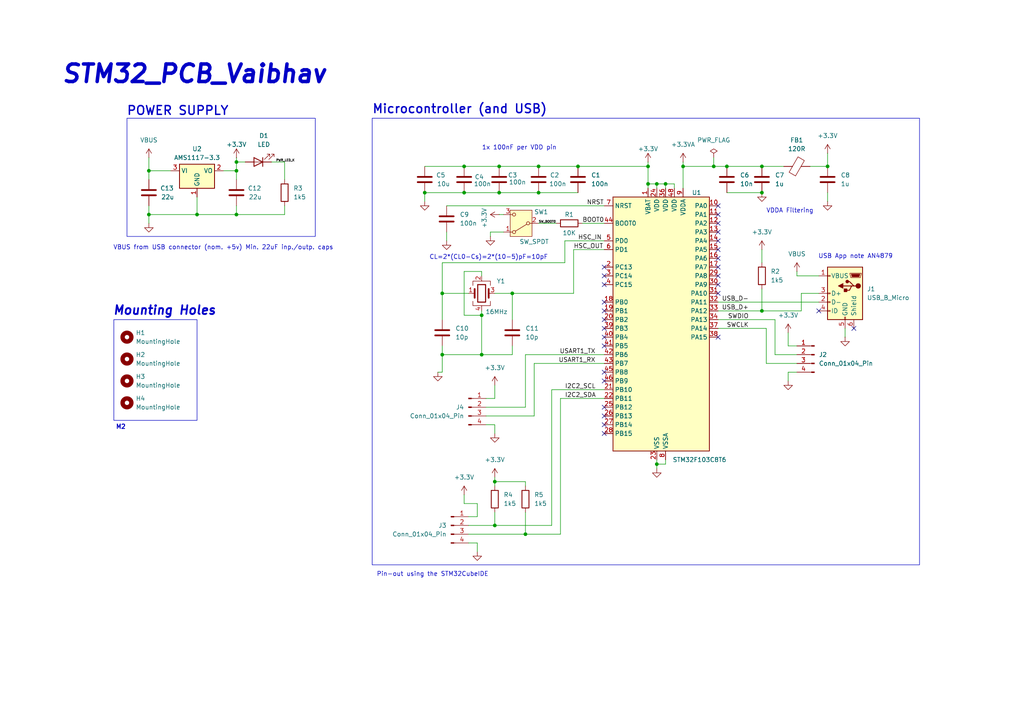
<source format=kicad_sch>
(kicad_sch (version 20231120) (generator "eeschema") (generator_version "8.0")
  (paper "A4")
  (title_block (title "STM32_PCB_Vaibhav") (date "2024-06-05") (rev "V.01") (company "Vaibhav_Nrupnarayan_Phil's Lab"))
  (lib_symbols
    (symbol "Connector:Conn_01x04_Pin" (pin_names (offset 1.016) hide)
      (property "Reference" "J" (at 0 5.08 0))
      (property "Value" "Conn_01x04_Pin" (at 0 -7.62 0))
      (symbol "Conn_01x04_Pin_1_1"
        (polyline (pts (xy 1.27 -5.08) (xy 0.8636 -5.08)) (stroke (width 0.1524)))
        (polyline (pts (xy 1.27 -2.54) (xy 0.8636 -2.54)) (stroke (width 0.1524)))
        (polyline (pts (xy 1.27 0) (xy 0.8636 0)) (stroke (width 0.1524)))
        (polyline (pts (xy 1.27 2.54) (xy 0.8636 2.54)) (stroke (width 0.1524)))
        (rectangle (start 0.8636 -4.953) (end 0 -5.207) (stroke (width 0.1524)) (fill (type outline)))
        (rectangle (start 0.8636 -2.413) (end 0 -2.667) (stroke (width 0.1524)) (fill (type outline)))
        (rectangle (start 0.8636 0.127) (end 0 -0.127) (stroke (width 0.1524)) (fill (type outline)))
        (rectangle (start 0.8636 2.667) (end 0 2.413) (stroke (width 0.1524)) (fill (type outline)))
        (pin passive line (at 5.08 2.54 180) (length 3.81) (name "Pin_1") (number "1"))
        (pin passive line (at 5.08 0 180) (length 3.81) (name "Pin_2") (number "2"))
        (pin passive line (at 5.08 -2.54 180) (length 3.81) (name "Pin_3") (number "3"))
        (pin passive line (at 5.08 -5.08 180) (length 3.81) (name "Pin_4") (number "4"))
      )
    )
    (symbol "Connector:USB_B_Micro" (pin_names (offset 1.016))
      (property "Reference" "J" (at -5.08 11.43 0))
      (property "Value" "USB_B_Micro" (at -5.08 8.89 0))
      (symbol "USB_B_Micro_0_1"
        (rectangle (start -5.08 -7.62) (end 5.08 7.62) (stroke (width 0.254)) (fill (type background)))
        (circle (center -3.81 2.159) (radius 0.635) (stroke (width 0.254)) (fill (type outline)))
        (circle (center -0.635 3.429) (radius 0.381) (stroke (width 0.254)) (fill (type outline)))
        (rectangle (start -0.127 -7.62) (end 0.127 -6.858))
        (polyline (pts (xy -1.905 2.159) (xy 0.635 2.159)) (stroke (width 0.254)))
        (polyline (pts (xy -3.175 2.159) (xy -2.54 2.159) (xy -1.27 3.429) (xy -0.635 3.429)) (stroke (width 0.254)))
        (polyline (pts (xy -2.54 2.159) (xy -1.905 2.159) (xy -1.27 0.889) (xy 0 0.889)) (stroke (width 0.254)))
        (polyline (pts (xy 0.635 2.794) (xy 0.635 1.524) (xy 1.905 2.159) (xy 0.635 2.794)) (stroke (width 0.254)) (fill (type outline)))
        (polyline (pts (xy -4.318 5.588) (xy -1.778 5.588) (xy -2.032 4.826) (xy -4.064 4.826) (xy -4.318 5.588)) (fill (type outline)))
        (polyline (pts (xy -4.699 5.842) (xy -4.699 5.588) (xy -4.445 4.826) (xy -4.445 4.572) (xy -1.651 4.572) (xy -1.651 4.826) (xy -1.397 5.588) (xy -1.397 5.842) (xy -4.699 5.842)))
        (rectangle (start 0.254 1.27) (end -0.508 0.508) (stroke (width 0.254)) (fill (type outline)))
        (rectangle (start 5.08 -5.207) (end 4.318 -4.953))
        (rectangle (start 5.08 -2.667) (end 4.318 -2.413))
        (rectangle (start 5.08 -0.127) (end 4.318 0.127))
        (rectangle (start 5.08 4.953) (end 4.318 5.207))
      )
      (symbol "USB_B_Micro_1_1"
        (pin power_out line (at 7.62 5.08 180) (length 2.54) (name "VBUS") (number "1"))
        (pin bidirectional line (at 7.62 -2.54 180) (length 2.54) (name "D-") (number "2"))
        (pin bidirectional line (at 7.62 0 180) (length 2.54) (name "D+") (number "3"))
        (pin passive line (at 7.62 -5.08 180) (length 2.54) (name "ID") (number "4"))
        (pin power_out line (at 0 -10.16 90) (length 2.54) (name "GND") (number "5"))
        (pin passive line (at -2.54 -10.16 90) (length 2.54) (name "Shield") (number "6"))
      )
    )
    (symbol "Device:C" (pin_numbers hide) (pin_names (offset 0.254))
      (property "Reference" "C" (at 0.635 2.54 0))
      (property "Value" "C" (at 0.635 -2.54 0))
      (symbol "C_0_1"
        (polyline (pts (xy -2.032 -0.762) (xy 2.032 -0.762)) (stroke (width 0.508)))
        (polyline (pts (xy -2.032 0.762) (xy 2.032 0.762)) (stroke (width 0.508)))
      )
      (symbol "C_1_1"
        (pin passive line (at 0 3.81 270) (length 2.794) (name "~") (number "1"))
        (pin passive line (at 0 -3.81 90) (length 2.794) (name "~") (number "2"))
      )
    )
    (symbol "Device:Crystal_GND24" (pin_names (offset 1.016) hide)
      (property "Reference" "Y" (at 3.175 5.08 0))
      (property "Value" "Crystal_GND24" (at 3.175 3.175 0))
      (symbol "Crystal_GND24_0_1"
        (rectangle (start -1.143 2.54) (end 1.143 -2.54) (stroke (width 0.3048)))
        (polyline (pts (xy -2.54 0) (xy -2.032 0)))
        (polyline (pts (xy -2.032 -1.27) (xy -2.032 1.27)) (stroke (width 0.508)))
        (polyline (pts (xy 0 -3.81) (xy 0 -3.556)))
        (polyline (pts (xy 0 3.556) (xy 0 3.81)))
        (polyline (pts (xy 2.032 -1.27) (xy 2.032 1.27)) (stroke (width 0.508)))
        (polyline (pts (xy 2.032 0) (xy 2.54 0)))
        (polyline (pts (xy -2.54 -2.286) (xy -2.54 -3.556) (xy 2.54 -3.556) (xy 2.54 -2.286)))
        (polyline (pts (xy -2.54 2.286) (xy -2.54 3.556) (xy 2.54 3.556) (xy 2.54 2.286)))
      )
      (symbol "Crystal_GND24_1_1"
        (pin passive line (at -3.81 0 0) (length 1.27) (name "1") (number "1"))
        (pin passive line (at 0 5.08 270) (length 1.27) (name "2") (number "2"))
        (pin passive line (at 3.81 0 180) (length 1.27) (name "3") (number "3"))
        (pin passive line (at 0 -5.08 90) (length 1.27) (name "4") (number "4"))
      )
    )
    (symbol "Device:FerriteBead" (pin_numbers hide) (pin_names (offset 0))
      (property "Reference" "FB" (at -3.81 0.635 90))
      (property "Value" "FerriteBead" (at 3.81 0 90))
      (symbol "FerriteBead_0_1"
        (polyline (pts (xy 0 -1.27) (xy 0 -1.2192)))
        (polyline (pts (xy 0 1.27) (xy 0 1.2954)))
        (polyline (pts (xy -2.7686 0.4064) (xy -1.7018 2.2606) (xy 2.7686 -0.3048) (xy 1.6764 -2.159) (xy -2.7686 0.4064)))
      )
      (symbol "FerriteBead_1_1"
        (pin passive line (at 0 3.81 270) (length 2.54) (name "~") (number "1"))
        (pin passive line (at 0 -3.81 90) (length 2.54) (name "~") (number "2"))
      )
    )
    (symbol "Device:LED" (pin_numbers hide) (pin_names (offset 1.016) hide)
      (property "Reference" "D" (at 0 2.54 0))
      (property "Value" "LED" (at 0 -2.54 0))
      (symbol "LED_0_1"
        (polyline (pts (xy -1.27 -1.27) (xy -1.27 1.27)) (stroke (width 0.254)))
        (polyline (pts (xy -1.27 0) (xy 1.27 0)))
        (polyline (pts (xy 1.27 -1.27) (xy 1.27 1.27) (xy -1.27 0) (xy 1.27 -1.27)) (stroke (width 0.254)))
        (polyline (pts (xy -3.048 -0.762) (xy -4.572 -2.286) (xy -3.81 -2.286) (xy -4.572 -2.286) (xy -4.572 -1.524)))
        (polyline (pts (xy -1.778 -0.762) (xy -3.302 -2.286) (xy -2.54 -2.286) (xy -3.302 -2.286) (xy -3.302 -1.524)))
      )
      (symbol "LED_1_1"
        (pin passive line (at -3.81 0 0) (length 2.54) (name "K") (number "1"))
        (pin passive line (at 3.81 0 180) (length 2.54) (name "A") (number "2"))
      )
    )
    (symbol "Device:R" (pin_numbers hide) (pin_names (offset 0))
      (property "Reference" "R" (at 2.032 0 90))
      (property "Value" "R" (at 0 0 90))
      (symbol "R_0_1"
        (rectangle (start -1.016 -2.54) (end 1.016 2.54) (stroke (width 0.254)))
      )
      (symbol "R_1_1"
        (pin passive line (at 0 3.81 270) (length 1.27) (name "~") (number "1"))
        (pin passive line (at 0 -3.81 90) (length 1.27) (name "~") (number "2"))
      )
    )
    (symbol "MCU_ST_STM32F1:STM32F103C8Tx"
      (property "Reference" "U" (at -12.7 39.37 0))
      (property "Value" "STM32F103C8Tx" (at 10.16 39.37 0))
      (symbol "STM32F103C8Tx_0_1"
        (rectangle (start -12.7 -35.56) (end 15.24 38.1) (stroke (width 0.254)) (fill (type background)))
      )
      (symbol "STM32F103C8Tx_1_1"
        (pin power_in line (at -2.54 40.64 270) (length 2.54) (name "VBAT") (number "1"))
        (pin bidirectional line (at 17.78 35.56 180) (length 2.54) (name "PA0") (number "10"))
        (pin bidirectional line (at 17.78 33.02 180) (length 2.54) (name "PA1") (number "11"))
        (pin bidirectional line (at 17.78 30.48 180) (length 2.54) (name "PA2") (number "12"))
        (pin bidirectional line (at 17.78 27.94 180) (length 2.54) (name "PA3") (number "13"))
        (pin bidirectional line (at 17.78 25.4 180) (length 2.54) (name "PA4") (number "14"))
        (pin bidirectional line (at 17.78 22.86 180) (length 2.54) (name "PA5") (number "15"))
        (pin bidirectional line (at 17.78 20.32 180) (length 2.54) (name "PA6") (number "16"))
        (pin bidirectional line (at 17.78 17.78 180) (length 2.54) (name "PA7") (number "17"))
        (pin bidirectional line (at -15.24 7.62 0) (length 2.54) (name "PB0") (number "18"))
        (pin bidirectional line (at -15.24 5.08 0) (length 2.54) (name "PB1") (number "19"))
        (pin bidirectional line (at -15.24 17.78 0) (length 2.54) (name "PC13") (number "2"))
        (pin bidirectional line (at -15.24 2.54 0) (length 2.54) (name "PB2") (number "20"))
        (pin bidirectional line (at -15.24 -17.78 0) (length 2.54) (name "PB10") (number "21"))
        (pin bidirectional line (at -15.24 -20.32 0) (length 2.54) (name "PB11") (number "22"))
        (pin power_in line (at 0 -38.1 90) (length 2.54) (name "VSS") (number "23"))
        (pin power_in line (at 0 40.64 270) (length 2.54) (name "VDD") (number "24"))
        (pin bidirectional line (at -15.24 -22.86 0) (length 2.54) (name "PB12") (number "25"))
        (pin bidirectional line (at -15.24 -25.4 0) (length 2.54) (name "PB13") (number "26"))
        (pin bidirectional line (at -15.24 -27.94 0) (length 2.54) (name "PB14") (number "27"))
        (pin bidirectional line (at -15.24 -30.48 0) (length 2.54) (name "PB15") (number "28"))
        (pin bidirectional line (at 17.78 15.24 180) (length 2.54) (name "PA8") (number "29"))
        (pin bidirectional line (at -15.24 15.24 0) (length 2.54) (name "PC14") (number "3"))
        (pin bidirectional line (at 17.78 12.7 180) (length 2.54) (name "PA9") (number "30"))
        (pin bidirectional line (at 17.78 10.16 180) (length 2.54) (name "PA10") (number "31"))
        (pin bidirectional line (at 17.78 7.62 180) (length 2.54) (name "PA11") (number "32"))
        (pin bidirectional line (at 17.78 5.08 180) (length 2.54) (name "PA12") (number "33"))
        (pin bidirectional line (at 17.78 2.54 180) (length 2.54) (name "PA13") (number "34"))
        (pin passive line (at 0 -38.1 90) (length 2.54) hide (name "VSS") (number "35"))
        (pin power_in line (at 2.54 40.64 270) (length 2.54) (name "VDD") (number "36"))
        (pin bidirectional line (at 17.78 0 180) (length 2.54) (name "PA14") (number "37"))
        (pin bidirectional line (at 17.78 -2.54 180) (length 2.54) (name "PA15") (number "38"))
        (pin bidirectional line (at -15.24 0 0) (length 2.54) (name "PB3") (number "39"))
        (pin bidirectional line (at -15.24 12.7 0) (length 2.54) (name "PC15") (number "4"))
        (pin bidirectional line (at -15.24 -2.54 0) (length 2.54) (name "PB4") (number "40"))
        (pin bidirectional line (at -15.24 -5.08 0) (length 2.54) (name "PB5") (number "41"))
        (pin bidirectional line (at -15.24 -7.62 0) (length 2.54) (name "PB6") (number "42"))
        (pin bidirectional line (at -15.24 -10.16 0) (length 2.54) (name "PB7") (number "43"))
        (pin input line (at -15.24 30.48 0) (length 2.54) (name "BOOT0") (number "44"))
        (pin bidirectional line (at -15.24 -12.7 0) (length 2.54) (name "PB8") (number "45"))
        (pin bidirectional line (at -15.24 -15.24 0) (length 2.54) (name "PB9") (number "46"))
        (pin passive line (at 0 -38.1 90) (length 2.54) hide (name "VSS") (number "47"))
        (pin power_in line (at 5.08 40.64 270) (length 2.54) (name "VDD") (number "48"))
        (pin bidirectional line (at -15.24 25.4 0) (length 2.54) (name "PD0") (number "5"))
        (pin bidirectional line (at -15.24 22.86 0) (length 2.54) (name "PD1") (number "6"))
        (pin input line (at -15.24 35.56 0) (length 2.54) (name "NRST") (number "7"))
        (pin power_in line (at 2.54 -38.1 90) (length 2.54) (name "VSSA") (number "8"))
        (pin power_in line (at 7.62 40.64 270) (length 2.54) (name "VDDA") (number "9"))
      )
    )
    (symbol "Mechanical:MountingHole" (pin_names (offset 1.016)) (exclude_from_sim yes) (in_bom no)
      (property "Reference" "H" (at 0 5.08 0))
      (property "Value" "MountingHole" (at 0 3.175 0))
      (symbol "MountingHole_0_1"
        (circle (center 0 0) (radius 1.27) (stroke (width 1.27)))
      )
    )
    (symbol "Regulator_Linear:AMS1117-3.3"
      (property "Reference" "U" (at -3.81 3.175 0))
      (property "Value" "AMS1117-3.3" (at 0 3.175 0))
      (symbol "AMS1117-3.3_0_1"
        (rectangle (start -5.08 -5.08) (end 5.08 1.905) (stroke (width 0.254)) (fill (type background)))
      )
      (symbol "AMS1117-3.3_1_1"
        (pin power_in line (at 0 -7.62 90) (length 2.54) (name "GND") (number "1"))
        (pin power_out line (at 7.62 0 180) (length 2.54) (name "VO") (number "2"))
        (pin power_in line (at -7.62 0 0) (length 2.54) (name "VI") (number "3"))
      )
    )
    (symbol "Switch:SW_SPDT" (pin_names (offset 0) hide)
      (property "Reference" "SW" (at 0 5.08 0))
      (property "Value" "SW_SPDT" (at 0 -5.08 0))
      (symbol "SW_SPDT_0_1"
        (circle (center -2.032 0) (radius 0.4572))
        (polyline (pts (xy -1.651 0.254) (xy 1.651 2.286)))
        (circle (center 2.032 -2.54) (radius 0.4572))
        (circle (center 2.032 2.54) (radius 0.4572))
      )
      (symbol "SW_SPDT_1_1"
        (rectangle (start -3.175 3.81) (end 3.175 -3.81) (fill (type background)))
        (pin passive line (at 5.08 2.54 180) (length 2.54) (name "A") (number "1"))
        (pin passive line (at -5.08 0 0) (length 2.54) (name "B") (number "2"))
        (pin passive line (at 5.08 -2.54 180) (length 2.54) (name "C") (number "3"))
      )
    )
    (symbol "power:+3.3V" (power) (pin_numbers hide) (pin_names (offset 0) hide)
      (property "Value" "+3.3V" (at 0 3.556 0))
      (symbol "+3.3V_0_1"
        (polyline (pts (xy -0.762 1.27) (xy 0 2.54)))
        (polyline (pts (xy 0 0) (xy 0 2.54)))
        (polyline (pts (xy 0 2.54) (xy 0.762 1.27)))
      )
      (symbol "+3.3V_1_1"
        (pin power_in line (at 0 0 90) (length 0) (name "~") (number "1"))
      )
    )
    (symbol "power:+3.3VA" (power) (pin_numbers hide) (pin_names (offset 0) hide)
      (property "Value" "+3.3VA" (at 0 3.556 0))
      (symbol "+3.3VA_0_1"
        (polyline (pts (xy -0.762 1.27) (xy 0 2.54)))
        (polyline (pts (xy 0 0) (xy 0 2.54)))
        (polyline (pts (xy 0 2.54) (xy 0.762 1.27)))
      )
      (symbol "+3.3VA_1_1"
        (pin power_in line (at 0 0 90) (length 0) (name "~") (number "1"))
      )
    )
    (symbol "power:GND" (power) (pin_numbers hide) (pin_names (offset 0) hide)
      (property "Value" "GND" (at 0 -3.81 0))
      (symbol "GND_0_1"
        (polyline (pts (xy 0 0) (xy 0 -1.27) (xy 1.27 -1.27) (xy 0 -2.54) (xy -1.27 -1.27) (xy 0 -1.27)))
      )
      (symbol "GND_1_1"
        (pin power_in line (at 0 0 270) (length 0) (name "~") (number "1"))
      )
    )
    (symbol "power:PWR_FLAG" (power) (pin_numbers hide) (pin_names (offset 0) hide)
      (property "Value" "PWR_FLAG" (at 0 3.81 0))
      (symbol "PWR_FLAG_0_0"
        (pin power_out line (at 0 0 90) (length 0) (name "~") (number "1"))
      )
      (symbol "PWR_FLAG_0_1"
        (polyline (pts (xy 0 0) (xy 0 1.27) (xy -1.016 1.905) (xy 0 2.54) (xy 1.016 1.905) (xy 0 1.27)))
      )
    )
    (symbol "power:VBUS" (power) (pin_numbers hide) (pin_names (offset 0) hide)
      (property "Value" "VBUS" (at 0 3.556 0))
      (symbol "VBUS_0_1"
        (polyline (pts (xy -0.762 1.27) (xy 0 2.54)))
        (polyline (pts (xy 0 0) (xy 0 2.54)))
        (polyline (pts (xy 0 2.54) (xy 0.762 1.27)))
      )
      (symbol "VBUS_1_1"
        (pin power_in line (at 0 0 90) (length 0) (name "~") (number "1"))
      )
    )
  )
  (junction (at 187.96 48.26))
  (junction (at 134.62 55.88))
  (junction (at 57.15 62.23))
  (junction (at 68.58 62.23))
  (junction (at 134.62 48.26))
  (junction (at 190.5 134.62))
  (junction (at 143.51 139.7))
  (junction (at 144.78 48.26))
  (junction (at 68.58 49.53))
  (junction (at 128.27 85.09))
  (junction (at 152.4 154.94))
  (junction (at 148.59 85.09))
  (junction (at 187.96 53.34))
  (junction (at 190.5 53.34))
  (junction (at 123.19 55.88))
  (junction (at 220.98 55.88))
  (junction (at 240.03 48.26))
  (junction (at 220.98 48.26))
  (junction (at 156.21 48.26))
  (junction (at 43.18 49.53))
  (junction (at 210.82 48.26))
  (junction (at 193.04 53.34))
  (junction (at 139.7 91.44))
  (junction (at 220.98 90.17))
  (junction (at 143.51 152.4))
  (junction (at 43.18 62.23))
  (junction (at 198.12 48.26))
  (junction (at 156.21 55.88))
  (junction (at 207.01 48.26))
  (junction (at 139.7 102.87))
  (junction (at 167.64 48.26))
  (junction (at 68.58 46.99))
  (junction (at 128.27 102.87))
  (junction (at 144.78 55.88))
  (no_connect (at 208.28 82.55))
  (no_connect (at 175.26 82.55))
  (no_connect (at 237.49 90.17))
  (no_connect (at 175.26 80.01))
  (no_connect (at 175.26 118.11))
  (no_connect (at 175.26 107.95))
  (no_connect (at 247.65 95.25))
  (no_connect (at 175.26 100.33))
  (no_connect (at 208.28 69.85))
  (no_connect (at 175.26 77.47))
  (no_connect (at 175.26 87.63))
  (no_connect (at 208.28 77.47))
  (no_connect (at 175.26 120.65))
  (no_connect (at 175.26 95.25))
  (no_connect (at 208.28 97.79))
  (no_connect (at 208.28 59.69))
  (no_connect (at 175.26 123.19))
  (no_connect (at 208.28 72.39))
  (no_connect (at 175.26 90.17))
  (no_connect (at 208.28 64.77))
  (no_connect (at 175.26 92.71))
  (no_connect (at 208.28 62.23))
  (no_connect (at 175.26 97.79))
  (no_connect (at 208.28 74.93))
  (no_connect (at 175.26 110.49))
  (no_connect (at 208.28 85.09))
  (no_connect (at 208.28 80.01))
  (no_connect (at 208.28 67.31))
  (no_connect (at 175.26 125.73))
  (wire (pts (xy 187.96 46.99) (xy 187.96 48.26)))
  (wire (pts (xy 123.19 55.88) (xy 134.62 55.88)))
  (wire (pts (xy 163.83 76.2) (xy 128.27 76.2)))
  (wire (pts (xy 228.6 100.33) (xy 231.14 100.33)))
  (wire (pts (xy 138.43 149.86) (xy 135.89 149.86)))
  (wire (pts (xy 222.25 95.25) (xy 222.25 105.41)))
  (wire (pts (xy 208.28 87.63) (xy 237.49 87.63)))
  (wire (pts (xy 82.55 52.07) (xy 82.55 46.99)))
  (wire (pts (xy 156.21 55.88) (xy 167.64 55.88)))
  (wire (pts (xy 152.4 140.97) (xy 152.4 139.7)))
  (wire (pts (xy 43.18 62.23) (xy 43.18 64.77)))
  (wire (pts (xy 134.62 48.26) (xy 144.78 48.26)))
  (wire (pts (xy 245.11 95.25) (xy 245.11 97.79)))
  (wire (pts (xy 128.27 100.33) (xy 128.27 102.87)))
  (wire (pts (xy 167.64 48.26) (xy 187.96 48.26)))
  (wire (pts (xy 156.21 64.77) (xy 161.29 64.77)))
  (wire (pts (xy 134.62 91.44) (xy 139.7 91.44)))
  (wire (pts (xy 148.59 85.09) (xy 148.59 92.71)))
  (wire (pts (xy 43.18 45.72) (xy 43.18 49.53)))
  (wire (pts (xy 78.74 46.99) (xy 82.55 46.99)))
  (wire (pts (xy 139.7 80.01) (xy 139.7 78.74)))
  (wire (pts (xy 43.18 59.69) (xy 43.18 62.23)))
  (wire (pts (xy 160.02 152.4) (xy 160.02 113.03)))
  (wire (pts (xy 195.58 53.34) (xy 195.58 54.61)))
  (wire (pts (xy 152.4 139.7) (xy 143.51 139.7)))
  (wire (pts (xy 123.19 48.26) (xy 134.62 48.26)))
  (wire (pts (xy 190.5 134.62) (xy 193.04 134.62)))
  (wire (pts (xy 57.15 57.15) (xy 57.15 62.23)))
  (wire (pts (xy 143.51 138.43) (xy 143.51 139.7)))
  (wire (pts (xy 198.12 48.26) (xy 207.01 48.26)))
  (wire (pts (xy 156.21 48.26) (xy 167.64 48.26)))
  (wire (pts (xy 224.79 92.71) (xy 224.79 102.87)))
  (wire (pts (xy 138.43 146.05) (xy 134.62 146.05)))
  (wire (pts (xy 222.25 105.41) (xy 231.14 105.41)))
  (wire (pts (xy 193.04 53.34) (xy 195.58 53.34)))
  (wire (pts (xy 228.6 96.52) (xy 228.6 100.33)))
  (wire (pts (xy 168.91 64.77) (xy 175.26 64.77)))
  (wire (pts (xy 49.53 49.53) (xy 43.18 49.53)))
  (wire (pts (xy 138.43 146.05) (xy 138.43 149.86)))
  (wire (pts (xy 207.01 45.72) (xy 207.01 48.26)))
  (wire (pts (xy 128.27 76.2) (xy 128.27 85.09)))
  (wire (pts (xy 166.37 85.09) (xy 166.37 72.39)))
  (wire (pts (xy 232.41 90.17) (xy 232.41 85.09)))
  (wire (pts (xy 148.59 100.33) (xy 148.59 102.87)))
  (wire (pts (xy 128.27 107.95) (xy 127 107.95)))
  (wire (pts (xy 166.37 72.39) (xy 175.26 72.39)))
  (wire (pts (xy 43.18 62.23) (xy 57.15 62.23)))
  (wire (pts (xy 240.03 58.42) (xy 240.03 55.88)))
  (wire (pts (xy 82.55 62.23) (xy 68.58 62.23)))
  (wire (pts (xy 128.27 85.09) (xy 128.27 92.71)))
  (wire (pts (xy 208.28 95.25) (xy 222.25 95.25)))
  (wire (pts (xy 57.15 62.23) (xy 68.58 62.23)))
  (wire (pts (xy 220.98 83.82) (xy 220.98 90.17)))
  (wire (pts (xy 68.58 45.72) (xy 68.58 46.99)))
  (wire (pts (xy 220.98 48.26) (xy 227.33 48.26)))
  (wire (pts (xy 190.5 134.62) (xy 190.5 135.89)))
  (wire (pts (xy 190.5 133.35) (xy 190.5 134.62)))
  (wire (pts (xy 163.83 69.85) (xy 175.26 69.85)))
  (wire (pts (xy 144.78 55.88) (xy 156.21 55.88)))
  (wire (pts (xy 190.5 53.34) (xy 190.5 54.61)))
  (wire (pts (xy 143.51 115.57) (xy 140.97 115.57)))
  (wire (pts (xy 162.56 154.94) (xy 162.56 115.57)))
  (wire (pts (xy 143.51 111.76) (xy 143.51 115.57)))
  (wire (pts (xy 140.97 118.11) (xy 152.4 118.11)))
  (wire (pts (xy 135.89 157.48) (xy 138.43 157.48)))
  (wire (pts (xy 208.28 92.71) (xy 224.79 92.71)))
  (wire (pts (xy 128.27 102.87) (xy 128.27 107.95)))
  (wire (pts (xy 187.96 53.34) (xy 190.5 53.34)))
  (wire (pts (xy 152.4 118.11) (xy 152.4 102.87)))
  (wire (pts (xy 193.04 133.35) (xy 193.04 134.62)))
  (wire (pts (xy 143.51 139.7) (xy 143.51 140.97)))
  (wire (pts (xy 143.51 152.4) (xy 160.02 152.4)))
  (wire (pts (xy 224.79 102.87) (xy 231.14 102.87)))
  (wire (pts (xy 128.27 85.09) (xy 135.89 85.09)))
  (wire (pts (xy 43.18 49.53) (xy 43.18 52.07)))
  (wire (pts (xy 68.58 46.99) (xy 68.58 49.53)))
  (wire (pts (xy 135.89 152.4) (xy 143.51 152.4)))
  (wire (pts (xy 139.7 78.74) (xy 134.62 78.74)))
  (wire (pts (xy 134.62 78.74) (xy 134.62 91.44)))
  (wire (pts (xy 154.94 120.65) (xy 154.94 105.41)))
  (wire (pts (xy 231.14 80.01) (xy 237.49 80.01)))
  (wire (pts (xy 123.19 55.88) (xy 123.19 58.42)))
  (wire (pts (xy 220.98 72.39) (xy 220.98 76.2)))
  (wire (pts (xy 198.12 48.26) (xy 198.12 54.61)))
  (wire (pts (xy 152.4 154.94) (xy 162.56 154.94)))
  (wire (pts (xy 231.14 107.95) (xy 228.6 107.95)))
  (wire (pts (xy 160.02 113.03) (xy 175.26 113.03)))
  (wire (pts (xy 207.01 48.26) (xy 210.82 48.26)))
  (wire (pts (xy 228.6 107.95) (xy 228.6 110.49)))
  (wire (pts (xy 234.95 48.26) (xy 240.03 48.26)))
  (wire (pts (xy 210.82 55.88) (xy 220.98 55.88)))
  (wire (pts (xy 135.89 154.94) (xy 152.4 154.94)))
  (wire (pts (xy 187.96 53.34) (xy 187.96 54.61)))
  (wire (pts (xy 198.12 46.99) (xy 198.12 48.26)))
  (wire (pts (xy 143.51 148.59) (xy 143.51 152.4)))
  (wire (pts (xy 139.7 91.44) (xy 139.7 102.87)))
  (wire (pts (xy 144.78 62.23) (xy 146.05 62.23)))
  (wire (pts (xy 128.27 102.87) (xy 139.7 102.87)))
  (wire (pts (xy 138.43 157.48) (xy 138.43 160.02)))
  (wire (pts (xy 64.77 49.53) (xy 68.58 49.53)))
  (wire (pts (xy 142.24 68.58) (xy 142.24 67.31)))
  (wire (pts (xy 134.62 146.05) (xy 134.62 143.51)))
  (wire (pts (xy 154.94 105.41) (xy 175.26 105.41)))
  (wire (pts (xy 68.58 46.99) (xy 71.12 46.99)))
  (wire (pts (xy 220.98 90.17) (xy 232.41 90.17)))
  (wire (pts (xy 68.58 59.69) (xy 68.58 62.23)))
  (wire (pts (xy 240.03 44.45) (xy 240.03 48.26)))
  (wire (pts (xy 143.51 123.19) (xy 143.51 125.73)))
  (wire (pts (xy 232.41 85.09) (xy 237.49 85.09)))
  (wire (pts (xy 210.82 48.26) (xy 220.98 48.26)))
  (wire (pts (xy 190.5 53.34) (xy 193.04 53.34)))
  (wire (pts (xy 143.51 85.09) (xy 148.59 85.09)))
  (wire (pts (xy 193.04 53.34) (xy 193.04 54.61)))
  (wire (pts (xy 162.56 115.57) (xy 175.26 115.57)))
  (wire (pts (xy 152.4 148.59) (xy 152.4 154.94)))
  (wire (pts (xy 139.7 102.87) (xy 148.59 102.87)))
  (wire (pts (xy 148.59 85.09) (xy 166.37 85.09)))
  (wire (pts (xy 139.7 90.17) (xy 139.7 91.44)))
  (wire (pts (xy 144.78 48.26) (xy 156.21 48.26)))
  (wire (pts (xy 152.4 102.87) (xy 175.26 102.87)))
  (wire (pts (xy 68.58 49.53) (xy 68.58 52.07)))
  (wire (pts (xy 134.62 55.88) (xy 144.78 55.88)))
  (wire (pts (xy 140.97 123.19) (xy 143.51 123.19)))
  (wire (pts (xy 208.28 90.17) (xy 220.98 90.17)))
  (wire (pts (xy 129.54 67.31) (xy 129.54 69.85)))
  (wire (pts (xy 187.96 48.26) (xy 187.96 53.34)))
  (wire (pts (xy 140.97 120.65) (xy 154.94 120.65)))
  (wire (pts (xy 129.54 59.69) (xy 175.26 59.69)))
  (wire (pts (xy 142.24 67.31) (xy 146.05 67.31)))
  (wire (pts (xy 163.83 69.85) (xy 163.83 76.2)))
  (wire (pts (xy 82.55 59.69) (xy 82.55 62.23)))
  (wire (pts (xy 231.14 78.74) (xy 231.14 80.01)))
  (rectangle (start 36.83 34.29) (end 91.44 68.58))
  (rectangle (start 107.95 34.29) (end 266.7 163.83))
  (rectangle (start 33.02 92.71) (end 57.15 121.92))
  (text "Microcontroller (and USB)" (at 133.35 31.75 0) (effects (font (size 2.54 2.54) (thickness 0.4064) (bold yes))))
  (text "CL=2*(CL0-Cs)=2*(10-5)pF=10pF" (at 141.732 74.676 0) (effects (font (size 1.27 1.27))))
  (text "Pin-out using the STM32CubeIDE" (at 125.476 166.624 0) (effects (font (size 1.27 1.27))))
  (text "M2" (at 35.052 123.952 0) (effects (font (size 1.27 1.27) (thickness 0.254) (bold yes))))
  (text "POWER SUPPLY" (at 51.562 32.258 0) (effects (font (size 2.54 2.54) (thickness 0.4064) (bold yes))))
  (text "STM32_PCB_Vaibhav" (at 56.388 21.59 0) (effects (font (size 5.08 5.08) (bold yes) (italic yes))))
  (text "VDDA Filtering" (at 229.108 61.214 0) (effects (font (size 1.27 1.27))))
  (text "VBUS from USB connector (nom. +5v) Min. 22uF inp./outp. caps" (at 64.77 71.882 0) (effects (font (size 1.27 1.27))))
  (text "1x 100nF per VDD pin\n" (at 150.622 42.926 0) (effects (font (size 1.27 1.27))))
  (text "Mounting Holes" (at 47.752 90.17 0) (effects (font (size 2.54 2.54) (thickness 0.508) (bold yes) (italic yes))))
  (text "USB App note AN4879\n" (at 248.158 74.422 0) (effects (font (size 1.27 1.27))))
  (label "NRST" (at 170.18 59.69 0))
  (label "HSC_IN" (at 167.64 69.85 0))
  (label "SWDIO" (at 217.17 92.71 180))
  (label "USART1_TX" (at 172.72 102.87 180))
  (label "PWR_LED_K" (at 80.01 46.99 0) (effects (font (size 0.635 0.635))))
  (label "USART1_RX" (at 172.72 105.41 180))
  (label "USB_D-" (at 217.17 87.63 180))
  (label "SWCLK" (at 217.17 95.25 180))
  (label "SW_BOOT0" (at 156.21 64.77 0) (effects (font (size 0.635 0.635))))
  (label "I2C2_SCL" (at 163.83 113.03 0))
  (label "USB_D+" (at 217.17 90.17 180))
  (label "I2C2_SDA" (at 163.83 115.57 0))
  (label "HSC_OUT" (at 166.37 72.39 0))
  (label "BOOT0" (at 168.91 64.77 0))
  (symbol (lib_id "power:+3.3V") (at 134.62 143.51 0) (mirror y) (unit 1)
    (property "Reference" "#PWR019" (effects (hide yes)))
    (property "Value" "+3.3V" (at 134.62 138.43 0))
    (property "Description" "Power symbol creates a global label with name \"+3.3V\"" (effects (hide yes)))
  )
  (symbol (lib_id "power:PWR_FLAG") (at 207.01 45.72 0) (unit 1)
    (property "Reference" "#FLG01" (effects (hide yes)))
    (property "Value" "PWR_FLAG" (at 207.01 40.64 0))
    (property "Description" "Special symbol for telling ERC where power comes from" (effects (hide yes)))
  )
  (symbol (lib_id "power:GND") (at 228.6 110.49 0) (unit 1)
    (property "Reference" "#PWR015" (effects (hide yes)))
    (property "Value" "GND" (effects (hide yes)))
    (property "Description" "Power symbol creates a global label with name \"GND\" , ground" (effects (hide yes)))
  )
  (symbol (lib_id "power:GND") (at 245.11 97.79 0) (unit 1)
    (property "Reference" "#PWR012" (effects (hide yes)))
    (property "Value" "GND" (effects (hide yes)))
    (property "Description" "Power symbol creates a global label with name \"GND\" , ground" (effects (hide yes)))
  )
  (symbol (lib_id "Device:C") (at 148.59 96.52 0) (unit 1)
    (property "Reference" "C11" (at 152.4 95.2499 0) (effects (justify left)))
    (property "Value" "10p" (at 152.4 97.7899 0) (effects (justify left)))
    (property "Footprint" "Capacitor_SMD:C_0402_1005Metric" (effects (hide yes)))
    (property "Description" "Unpolarized capacitor" (effects (hide yes)))
  )
  (symbol (lib_id "Device:R") (at 220.98 80.01 0) (unit 1)
    (property "Reference" "R2" (at 223.52 78.7399 0) (effects (justify left)))
    (property "Value" "1k5" (at 223.52 81.2799 0) (effects (justify left)))
    (property "Footprint" "Resistor_SMD:R_0402_1005Metric" (effects (hide yes)))
    (property "Description" "Resistor" (effects (hide yes)))
  )
  (symbol (lib_id "Switch:SW_SPDT") (at 151.13 64.77 180) (unit 1)
    (property "Reference" "SW1" (at 156.972 61.468 0))
    (property "Value" "SW_SPDT" (at 154.94 70.104 0))
    (property "Footprint" "Button_Switch_SMD:SW_SPDT_PCM12" (effects (hide yes)))
    (property "Description" "Switch, single pole double throw" (effects (hide yes)))
  )
  (symbol (lib_id "Connector:Conn_01x04_Pin") (at 130.81 152.4 0) (unit 1)
    (property "Reference" "J3" (at 129.54 152.3999 0) (effects (justify right)))
    (property "Value" "Conn_01x04_Pin" (at 129.54 154.9399 0) (effects (justify right)))
    (property "Footprint" "Connector_PinHeader_2.54mm:PinHeader_1x04_P2.54mm_Vertical" (effects (hide yes)))
    (property "Description" "Generic connector, single row, 01x04, script generated" (effects (hide yes)))
  )
  (symbol (lib_id "power:VBUS") (at 231.14 78.74 0) (unit 1)
    (property "Reference" "#PWR011" (effects (hide yes)))
    (property "Value" "VBUS" (at 231.14 73.66 0))
    (property "Description" "Power symbol creates a global label with name \"VBUS\"" (effects (hide yes)))
  )
  (symbol (lib_id "Device:C") (at 220.98 52.07 0) (unit 1)
    (property "Reference" "C7" (at 224.79 50.7999 0) (effects (justify left)))
    (property "Value" "1u" (at 224.79 53.3399 0) (effects (justify left)))
    (property "Footprint" "Capacitor_SMD:C_0402_1005Metric" (effects (hide yes)))
    (property "Description" "Unpolarized capacitor" (effects (hide yes)))
  )
  (symbol (lib_id "power:GND") (at 123.19 58.42 0) (unit 1)
    (property "Reference" "#PWR03" (effects (hide yes)))
    (property "Value" "GND" (effects (hide yes)))
    (property "Description" "Power symbol creates a global label with name \"GND\" , ground" (effects (hide yes)))
  )
  (symbol (lib_id "Device:R") (at 143.51 144.78 0) (unit 1)
    (property "Reference" "R4" (at 146.05 143.5099 0) (effects (justify left)))
    (property "Value" "1k5" (at 146.05 146.0499 0) (effects (justify left)))
    (property "Footprint" "Resistor_SMD:R_0402_1005Metric" (effects (hide yes)))
    (property "Description" "Resistor" (effects (hide yes)))
  )
  (symbol (lib_id "power:GND") (at 142.24 68.58 0) (unit 1)
    (property "Reference" "#PWR024" (effects (hide yes)))
    (property "Value" "GND" (effects (hide yes)))
    (property "Description" "Power symbol creates a global label with name \"GND\" , ground" (effects (hide yes)))
  )
  (symbol (lib_id "Connector:Conn_01x04_Pin") (at 135.89 118.11 0) (unit 1)
    (property "Reference" "J4" (at 134.62 118.1099 0) (effects (justify right)))
    (property "Value" "Conn_01x04_Pin" (at 134.62 120.6499 0) (effects (justify right)))
    (property "Footprint" "Connector_PinHeader_2.54mm:PinHeader_1x04_P2.54mm_Vertical" (effects (hide yes)))
    (property "Description" "Generic connector, single row, 01x04, script generated" (effects (hide yes)))
  )
  (symbol (lib_id "power:GND") (at 138.43 160.02 0) (mirror y) (unit 1)
    (property "Reference" "#PWR020" (effects (hide yes)))
    (property "Value" "GND" (effects (hide yes)))
    (property "Description" "Power symbol creates a global label with name \"GND\" , ground" (effects (hide yes)))
  )
  (symbol (lib_id "power:GND") (at 220.98 55.88 0) (unit 1)
    (property "Reference" "#PWR06" (effects (hide yes)))
    (property "Value" "GND" (effects (hide yes)))
    (property "Description" "Power symbol creates a global label with name \"GND\" , ground" (effects (hide yes)))
  )
  (symbol (lib_id "power:+3.3V") (at 144.78 62.23 90) (unit 1)
    (property "Reference" "#PWR09" (effects (hide yes)))
    (property "Value" "+3.3V" (at 140.462 63.246 0))
    (property "Description" "Power symbol creates a global label with name \"+3.3V\"" (effects (hide yes)))
  )
  (symbol (lib_id "power:+3.3V") (at 240.03 44.45 0) (unit 1)
    (property "Reference" "#PWR05" (effects (hide yes)))
    (property "Value" "+3.3V" (at 240.03 39.37 0))
    (property "Description" "Power symbol creates a global label with name \"+3.3V\"" (effects (hide yes)))
  )
  (symbol (lib_id "Regulator_Linear:AMS1117-3.3") (at 57.15 49.53 0) (unit 1)
    (property "Reference" "U2" (at 57.15 43.18 0))
    (property "Value" "AMS1117-3.3" (at 57.15 45.72 0))
    (property "Footprint" "Package_TO_SOT_SMD:SOT-223-3_TabPin2" (effects (hide yes)))
    (property "Datasheet" "http://www.advanced-monolithic.com/pdf/ds1117.pdf" (effects (hide yes)))
    (property "Description" "1A Low Dropout regulator, positive, 3.3V fixed output, SOT-223" (effects (hide yes)))
  )
  (symbol (lib_id "power:GND") (at 240.03 58.42 0) (unit 1)
    (property "Reference" "#PWR07" (effects (hide yes)))
    (property "Value" "GND" (effects (hide yes)))
    (property "Description" "Power symbol creates a global label with name \"GND\" , ground" (effects (hide yes)))
  )
  (symbol (lib_id "Device:R") (at 152.4 144.78 0) (unit 1)
    (property "Reference" "R5" (at 154.94 143.5099 0) (effects (justify left)))
    (property "Value" "1k5" (at 154.94 146.0499 0) (effects (justify left)))
    (property "Footprint" "Resistor_SMD:R_0402_1005Metric" (effects (hide yes)))
    (property "Description" "Resistor" (effects (hide yes)))
  )
  (symbol (lib_id "Connector:USB_B_Micro") (at 245.11 85.09 0) (mirror y) (unit 1)
    (property "Reference" "J1" (at 251.46 83.8199 0) (effects (justify right)))
    (property "Value" "USB_B_Micro" (at 251.46 86.3599 0) (effects (justify right)))
    (property "Footprint" "Connector_USB:USB_Micro-B_Wuerth_629105150521" (effects (hide yes)))
    (property "Description" "USB Micro Type B connector" (effects (hide yes)))
  )
  (symbol (lib_id "power:GND") (at 129.54 69.85 0) (unit 1)
    (property "Reference" "#PWR08" (effects (hide yes)))
    (property "Value" "GND" (effects (hide yes)))
    (property "Description" "Power symbol creates a global label with name \"GND\" , ground" (effects (hide yes)))
  )
  (symbol (lib_id "Mechanical:MountingHole") (at 36.83 97.79 0) (unit 1) (exclude_from_sim yes) (in_bom no)
    (property "Reference" "H1" (at 39.37 96.5199 0) (effects (justify left)))
    (property "Value" "MountingHole" (at 39.37 99.0599 0) (effects (justify left)))
    (property "Footprint" "MountingHole:MountingHole_2.2mm_M2" (effects (hide yes)))
    (property "Description" "Mounting Hole without connection" (effects (hide yes)))
  )
  (symbol (lib_id "power:GND") (at 143.51 125.73 0) (mirror y) (unit 1)
    (property "Reference" "#PWR022" (effects (hide yes)))
    (property "Value" "GND" (effects (hide yes)))
    (property "Description" "Power symbol creates a global label with name \"GND\" , ground" (effects (hide yes)))
  )
  (symbol (lib_id "power:+3.3V") (at 220.98 72.39 0) (unit 1)
    (property "Reference" "#PWR013" (effects (hide yes)))
    (property "Value" "+3.3V" (at 220.98 67.31 0))
    (property "Description" "Power symbol creates a global label with name \"+3.3V\"" (effects (hide yes)))
  )
  (symbol (lib_id "Device:C") (at 156.21 52.07 0) (unit 1)
    (property "Reference" "C2" (at 159.512 50.8 0) (effects (justify left)))
    (property "Value" "100n" (at 159.258 53.34 0) (effects (justify left)))
    (property "Footprint" "Capacitor_SMD:C_0402_1005Metric" (effects (hide yes)))
    (property "Description" "Unpolarized capacitor" (effects (hide yes)))
  )
  (symbol (lib_id "Mechanical:MountingHole") (at 36.83 104.14 0) (unit 1) (exclude_from_sim yes) (in_bom no)
    (property "Reference" "H2" (at 39.37 102.8699 0) (effects (justify left)))
    (property "Value" "MountingHole" (at 39.37 105.4099 0) (effects (justify left)))
    (property "Footprint" "MountingHole:MountingHole_2.2mm_M2" (effects (hide yes)))
    (property "Description" "Mounting Hole without connection" (effects (hide yes)))
  )
  (symbol (lib_id "power:+3.3VA") (at 198.12 46.99 0) (unit 1)
    (property "Reference" "#PWR04" (effects (hide yes)))
    (property "Value" "+3.3VA" (at 198.12 41.91 0))
    (property "Description" "Power symbol creates a global label with name \"+3.3VA\"" (effects (hide yes)))
  )
  (symbol (lib_id "Device:R") (at 165.1 64.77 90) (unit 1)
    (property "Reference" "R1" (at 165.1 62.23 90))
    (property "Value" "10K" (at 165.1 67.564 90))
    (property "Footprint" "Resistor_SMD:R_0402_1005Metric" (effects (hide yes)))
    (property "Description" "Resistor" (effects (hide yes)))
  )
  (symbol (lib_id "Device:C") (at 129.54 63.5 0) (unit 1)
    (property "Reference" "C9" (at 133.35 62.2299 0) (effects (justify left)))
    (property "Value" "100n" (at 133.35 64.7699 0) (effects (justify left)))
    (property "Footprint" "Capacitor_SMD:C_0402_1005Metric" (effects (hide yes)))
    (property "Description" "Unpolarized capacitor" (effects (hide yes)))
  )
  (symbol (lib_id "Device:C") (at 128.27 96.52 0) (unit 1)
    (property "Reference" "C10" (at 132.08 95.2499 0) (effects (justify left)))
    (property "Value" "10p" (at 132.08 97.7899 0) (effects (justify left)))
    (property "Footprint" "Capacitor_SMD:C_0402_1005Metric" (effects (hide yes)))
    (property "Description" "Unpolarized capacitor" (effects (hide yes)))
  )
  (symbol (lib_id "power:GND") (at 43.18 64.77 0) (unit 1)
    (property "Reference" "#PWR016" (effects (hide yes)))
    (property "Value" "GND" (effects (hide yes)))
    (property "Description" "Power symbol creates a global label with name \"GND\" , ground" (effects (hide yes)))
  )
  (symbol (lib_id "Device:LED") (at 74.93 46.99 180) (unit 1)
    (property "Reference" "D1" (at 76.5175 39.37 0))
    (property "Value" "LED" (at 76.5175 41.91 0))
    (property "Footprint" "LED_SMD:LED_0603_1608Metric" (effects (hide yes)))
    (property "Description" "Light emitting diode" (effects (hide yes)))
  )
  (symbol (lib_id "power:+3.3V") (at 187.96 46.99 0) (unit 1)
    (property "Reference" "#PWR02" (effects (hide yes)))
    (property "Value" "+3.3V" (at 187.96 43.18 0))
    (property "Description" "Power symbol creates a global label with name \"+3.3V\"" (effects (hide yes)))
  )
  (symbol (lib_id "Device:C") (at 68.58 55.88 0) (unit 1)
    (property "Reference" "C12" (at 71.882 54.61 0) (effects (justify left)))
    (property "Value" "22u" (at 72.136 57.15 0) (effects (justify left)))
    (property "Footprint" "Capacitor_SMD:C_0805_2012Metric" (effects (hide yes)))
    (property "Description" "Unpolarized capacitor" (effects (hide yes)))
  )
  (symbol (lib_id "power:+3.3V") (at 228.6 96.52 0) (unit 1)
    (property "Reference" "#PWR014" (effects (hide yes)))
    (property "Value" "+3.3V" (at 228.6 91.44 0))
    (property "Description" "Power symbol creates a global label with name \"+3.3V\"" (effects (hide yes)))
  )
  (symbol (lib_id "power:+3.3V") (at 143.51 138.43 0) (mirror y) (unit 1)
    (property "Reference" "#PWR023" (effects (hide yes)))
    (property "Value" "+3.3V" (at 143.51 133.35 0))
    (property "Description" "Power symbol creates a global label with name \"+3.3V\"" (effects (hide yes)))
  )
  (symbol (lib_id "power:VBUS") (at 43.18 45.72 0) (unit 1)
    (property "Reference" "#PWR017" (effects (hide yes)))
    (property "Value" "VBUS" (at 43.18 40.64 0))
    (property "Description" "Power symbol creates a global label with name \"VBUS\"" (effects (hide yes)))
  )
  (symbol (lib_id "Device:C") (at 43.18 55.88 0) (unit 1)
    (property "Reference" "C13" (at 46.482 54.61 0) (effects (justify left)))
    (property "Value" "22u" (at 46.736 57.15 0) (effects (justify left)))
    (property "Footprint" "Capacitor_SMD:C_0805_2012Metric" (effects (hide yes)))
    (property "Description" "Unpolarized capacitor" (effects (hide yes)))
  )
  (symbol (lib_id "MCU_ST_STM32F1:STM32F103C8Tx") (at 190.5 95.25 0) (unit 1)
    (property "Reference" "U1" (at 200.66 55.88 0) (effects (justify left)))
    (property "Value" "STM32F103C8T6" (at 195.072 133.35 0) (effects (justify left)))
    (property "Footprint" "Package_QFP:LQFP-48_7x7mm_P0.5mm" (effects (hide yes)))
    (property "Datasheet" "https://www.st.com/resource/en/datasheet/stm32f103c8.pdf" (effects (hide yes)))
    (property "Description" "STMicroelectronics Arm Cortex-M3 MCU, 64KB flash, 20KB RAM, 72 MHz, 2.0-3.6V, 37 GPIO, LQFP48" (effects (hide yes)))
  )
  (symbol (lib_id "Device:C") (at 167.64 52.07 0) (unit 1)
    (property "Reference" "C1" (at 171.45 50.7999 0) (effects (justify left)))
    (property "Value" "100n" (at 171.45 53.3399 0) (effects (justify left)))
    (property "Footprint" "Capacitor_SMD:C_0402_1005Metric" (effects (hide yes)))
    (property "Description" "Unpolarized capacitor" (effects (hide yes)))
  )
  (symbol (lib_id "Connector:Conn_01x04_Pin") (at 236.22 102.87 0) (mirror y) (unit 1)
    (property "Reference" "J2" (at 237.49 102.8699 0) (effects (justify right)))
    (property "Value" "Conn_01x04_Pin" (at 237.49 105.4099 0) (effects (justify right)))
    (property "Footprint" "Connector_PinHeader_2.54mm:PinHeader_1x04_P2.54mm_Vertical" (effects (hide yes)))
    (property "Description" "Generic connector, single row, 01x04, script generated" (effects (hide yes)))
  )
  (symbol (lib_id "Device:Crystal_GND24") (at 139.7 85.09 0) (unit 1)
    (property "Reference" "Y1" (at 145.288 81.534 0))
    (property "Value" "16MHz" (at 144.018 90.424 0))
    (property "Footprint" "Crystal:Crystal_SMD_3225-4Pin_3.2x2.5mm" (effects (hide yes)))
    (property "Description" "Four pin crystal, GND on pins 2 and 4" (effects (hide yes)))
  )
  (symbol (lib_id "power:+3.3V") (at 68.58 45.72 0) (unit 1)
    (property "Reference" "#PWR018" (effects (hide yes)))
    (property "Value" "+3.3V" (at 68.58 41.91 0))
    (property "Description" "Power symbol creates a global label with name \"+3.3V\"" (effects (hide yes)))
  )
  (symbol (lib_id "Device:C") (at 134.62 52.07 0) (unit 1)
    (property "Reference" "C4" (at 137.668 51.308 0) (effects (justify left)))
    (property "Value" "100n" (at 137.414 53.34 0) (effects (justify left)))
    (property "Footprint" "Capacitor_SMD:C_0402_1005Metric" (effects (hide yes)))
    (property "Description" "Unpolarized capacitor" (effects (hide yes)))
  )
  (symbol (lib_id "Device:FerriteBead") (at 231.14 48.26 90) (unit 1)
    (property "Reference" "FB1" (at 231.0892 40.64 90))
    (property "Value" "120R" (at 231.0892 43.18 90))
    (property "Footprint" "Inductor_SMD:L_0603_1608Metric" (effects (hide yes)))
    (property "Description" "Ferrite bead" (effects (hide yes)))
  )
  (symbol (lib_id "Device:C") (at 210.82 52.07 0) (unit 1)
    (property "Reference" "C6" (at 214.63 50.7999 0) (effects (justify left)))
    (property "Value" "10n" (at 214.63 53.3399 0) (effects (justify left)))
    (property "Footprint" "Capacitor_SMD:C_0402_1005Metric" (effects (hide yes)))
    (property "Description" "Unpolarized capacitor" (effects (hide yes)))
  )
  (symbol (lib_id "Device:C") (at 240.03 52.07 0) (unit 1)
    (property "Reference" "C8" (at 243.84 50.7999 0) (effects (justify left)))
    (property "Value" "1u" (at 243.84 53.3399 0) (effects (justify left)))
    (property "Footprint" "Capacitor_SMD:C_0402_1005Metric" (effects (hide yes)))
    (property "Description" "Unpolarized capacitor" (effects (hide yes)))
  )
  (symbol (lib_id "power:+3.3V") (at 143.51 111.76 0) (mirror y) (unit 1)
    (property "Reference" "#PWR021" (effects (hide yes)))
    (property "Value" "+3.3V" (at 143.51 106.68 0))
    (property "Description" "Power symbol creates a global label with name \"+3.3V\"" (effects (hide yes)))
  )
  (symbol (lib_id "power:GND") (at 190.5 135.89 0) (unit 1)
    (property "Reference" "#PWR01" (effects (hide yes)))
    (property "Value" "GND" (effects (hide yes)))
    (property "Description" "Power symbol creates a global label with name \"GND\" , ground" (effects (hide yes)))
  )
  (symbol (lib_id "power:GND") (at 127 107.95 0) (unit 1)
    (property "Reference" "#PWR010" (effects (hide yes)))
    (property "Value" "GND" (effects (hide yes)))
    (property "Description" "Power symbol creates a global label with name \"GND\" , ground" (effects (hide yes)))
  )
  (symbol (lib_id "Mechanical:MountingHole") (at 36.83 116.84 0) (unit 1) (exclude_from_sim yes) (in_bom no)
    (property "Reference" "H4" (at 39.37 115.5699 0) (effects (justify left)))
    (property "Value" "MountingHole" (at 39.37 118.1099 0) (effects (justify left)))
    (property "Footprint" "MountingHole:MountingHole_2.2mm_M2" (effects (hide yes)))
    (property "Description" "Mounting Hole without connection" (effects (hide yes)))
  )
  (symbol (lib_id "Device:C") (at 144.78 52.07 0) (unit 1)
    (property "Reference" "C3" (at 147.32 50.7999 0) (effects (justify left)))
    (property "Value" "100n" (at 147.574 52.832 0) (effects (justify left)))
    (property "Footprint" "Capacitor_SMD:C_0402_1005Metric" (effects (hide yes)))
    (property "Description" "Unpolarized capacitor" (effects (hide yes)))
  )
  (symbol (lib_id "Device:C") (at 123.19 52.07 0) (unit 1)
    (property "Reference" "C5" (at 126.492 50.8 0) (effects (justify left)))
    (property "Value" "10u" (at 126.746 53.34 0) (effects (justify left)))
    (property "Footprint" "Capacitor_SMD:C_0603_1608Metric" (effects (hide yes)))
    (property "Description" "Unpolarized capacitor" (effects (hide yes)))
  )
  (symbol (lib_id "Device:R") (at 82.55 55.88 0) (unit 1)
    (property "Reference" "R3" (at 85.09 54.6099 0) (effects (justify left)))
    (property "Value" "1k5" (at 85.09 57.1499 0) (effects (justify left)))
    (property "Footprint" "Resistor_SMD:R_0402_1005Metric" (effects (hide yes)))
    (property "Description" "Resistor" (effects (hide yes)))
  )
  (symbol (lib_id "Mechanical:MountingHole") (at 36.83 110.49 0) (unit 1) (exclude_from_sim yes) (in_bom no)
    (property "Reference" "H3" (at 39.37 109.2199 0) (effects (justify left)))
    (property "Value" "MountingHole" (at 39.37 111.7599 0) (effects (justify left)))
    (property "Footprint" "MountingHole:MountingHole_2.2mm_M2" (effects (hide yes)))
    (property "Description" "Mounting Hole without connection" (effects (hide yes)))
  )
)
</source>
